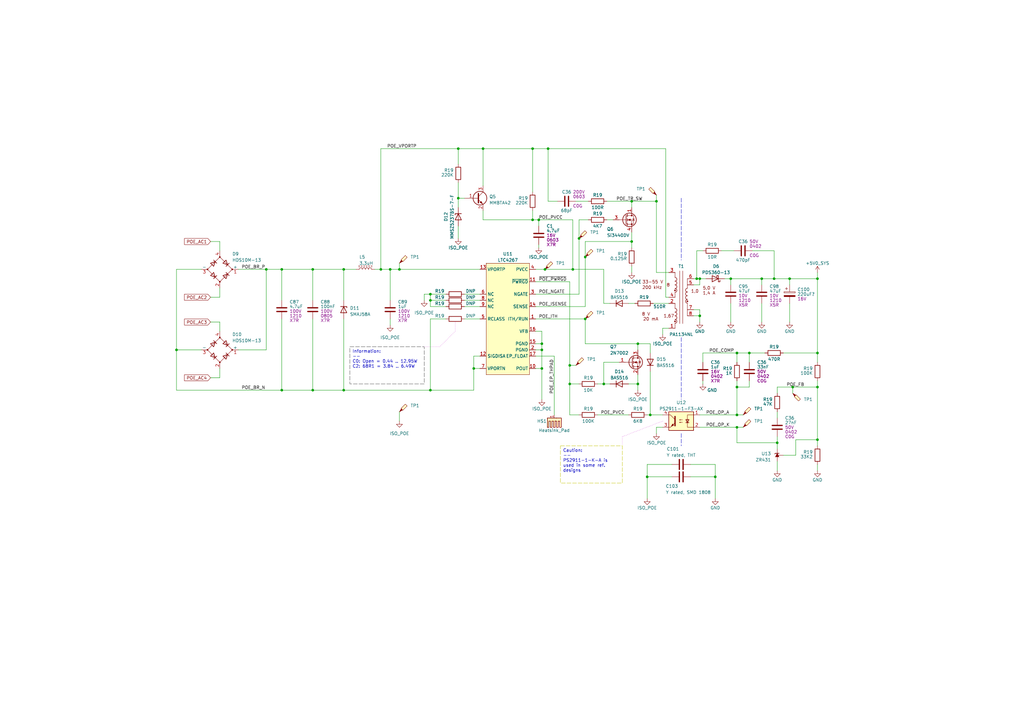
<source format=kicad_sch>
(kicad_sch (version 20230121) (generator eeschema)
  (paper "A3")
  (title_block (title "rt_bridge_pro") (date "2023-04-21") (rev "A") (company "vhrd.tech AS") (comment 1 "Isaikin R.E.") (comment 4 "Draft"))
  (junction (at 128.27 160.02))
  (junction (at 261.62 140.97))
  (junction (at 187.96 60.96))
  (junction (at 163.83 110.49))
  (junction (at 265.43 195.58))
  (junction (at 285.75 114.3))
  (junction (at 198.12 60.96))
  (junction (at 187.96 81.28))
  (junction (at 128.27 110.49))
  (junction (at 109.22 110.49))
  (junction (at 312.42 114.3))
  (junction (at 335.28 114.3))
  (junction (at 240.03 105.41))
  (junction (at 259.08 82.55))
  (junction (at 325.12 158.75))
  (junction (at 317.5 114.3))
  (junction (at 115.57 160.02))
  (junction (at 307.34 144.78))
  (junction (at 335.28 144.78))
  (junction (at 266.7 170.18))
  (junction (at 237.49 97.79))
  (junction (at 259.08 99.06))
  (junction (at 261.62 157.48))
  (junction (at 318.77 181.61))
  (junction (at 299.72 114.3))
  (junction (at 302.26 144.78))
  (junction (at 222.25 143.51))
  (junction (at 287.02 114.3))
  (junction (at 335.28 158.75))
  (junction (at 302.26 170.18))
  (junction (at 140.97 110.49))
  (junction (at 72.39 143.51))
  (junction (at 176.53 120.65))
  (junction (at 222.25 140.97))
  (junction (at 335.28 180.34))
  (junction (at 176.53 160.02))
  (junction (at 269.24 82.55))
  (junction (at 287.02 129.54))
  (junction (at 302.26 158.75))
  (junction (at 247.65 157.48))
  (junction (at 194.31 151.13))
  (junction (at 233.68 149.86))
  (junction (at 140.97 160.02))
  (junction (at 293.37 195.58))
  (junction (at 218.44 60.96))
  (junction (at 323.85 114.3))
  (junction (at 222.25 151.13))
  (junction (at 224.79 60.96))
  (junction (at 234.95 110.49))
  (junction (at 156.21 110.49))
  (junction (at 223.52 110.49))
  (junction (at 302.26 175.26))
  (junction (at 220.98 90.17))
  (junction (at 233.68 157.48))
  (junction (at 115.57 110.49))
  (junction (at 160.02 110.49))
  (junction (at 218.44 90.17))
  (junction (at 240.03 130.81))
  (junction (at 176.53 123.19))
  (wire (pts (xy 240.03 130.81) (xy 240.03 140.97)))
  (wire (pts (xy 325.12 158.75) (xy 325.12 161.29)))
  (wire (pts (xy 312.42 114.3) (xy 317.5 114.3)))
  (wire (pts (xy 234.95 110.49) (xy 247.65 110.49)))
  (wire (pts (xy 140.97 160.02) (xy 140.97 130.81)))
  (wire (pts (xy 219.71 130.81) (xy 240.03 130.81)))
  (wire (pts (xy 109.22 110.49) (xy 115.57 110.49)))
  (wire (pts (xy 318.77 179.07) (xy 318.77 181.61)))
  (wire (pts (xy 248.92 90.17) (xy 251.46 90.17)))
  (wire (pts (xy 222.25 163.83) (xy 222.25 151.13)))
  (wire (pts (xy 261.62 143.51) (xy 261.62 140.97)))
  (wire (pts (xy 198.12 90.17) (xy 218.44 90.17)))
  (wire (pts (xy 283.21 190.5) (xy 293.37 190.5)))
  (wire (pts (xy 245.11 170.18) (xy 257.81 170.18)))
  (wire (pts (xy 307.34 144.78) (xy 313.69 144.78)))
  (wire (pts (xy 237.49 120.65) (xy 237.49 97.79)))
  (wire (pts (xy 187.96 74.93) (xy 187.96 81.28)))
  (wire (pts (xy 237.49 170.18) (xy 233.68 170.18)))
  (wire (pts (xy 250.19 157.48) (xy 247.65 157.48)))
  (wire (pts (xy 72.39 143.51) (xy 82.55 143.51)))
  (wire (pts (xy 190.5 130.81) (xy 196.85 130.81)))
  (wire (pts (xy 182.88 123.19) (xy 176.53 123.19)))
  (wire (pts (xy 128.27 130.81) (xy 128.27 160.02)))
  (wire (pts (xy 228.6 82.55) (xy 224.79 82.55)))
  (polyline (pts (xy 180.34 142.24) (xy 186.69 135.89)) (stroke (width 0) (type dot) (color 194 0 194 1)))
  (wire (pts (xy 237.49 157.48) (xy 233.68 157.48)))
  (polyline (pts (xy 173.99 142.24) (xy 180.34 142.24)) (stroke (width 0) (type dot) (color 194 0 194 1)))
  (wire (pts (xy 160.02 130.81) (xy 160.02 133.35)))
  (wire (pts (xy 90.17 121.92) (xy 90.17 118.11)))
  (wire (pts (xy 115.57 110.49) (xy 115.57 123.19)))
  (wire (pts (xy 196.85 146.05) (xy 194.31 146.05)))
  (wire (pts (xy 318.77 181.61) (xy 318.77 184.15)))
  (wire (pts (xy 194.31 160.02) (xy 176.53 160.02)))
  (wire (pts (xy 182.88 130.81) (xy 176.53 130.81)))
  (wire (pts (xy 219.71 120.65) (xy 237.49 120.65)))
  (wire (pts (xy 293.37 204.47) (xy 293.37 195.58)))
  (wire (pts (xy 271.78 134.62) (xy 274.32 134.62)))
  (wire (pts (xy 247.65 124.46) (xy 247.65 110.49)))
  (wire (pts (xy 236.22 82.55) (xy 241.3 82.55)))
  (wire (pts (xy 163.83 168.91) (xy 163.83 172.72)))
  (wire (pts (xy 302.26 148.59) (xy 302.26 144.78)))
  (wire (pts (xy 261.62 157.48) (xy 261.62 160.02)))
  (wire (pts (xy 222.25 151.13) (xy 222.25 143.51)))
  (polyline (pts (xy 279.4 177.8) (xy 279.4 182.88)) (stroke (width 0) (type dash)))
  (wire (pts (xy 274.32 121.92) (xy 273.05 121.92)))
  (wire (pts (xy 265.43 204.47) (xy 265.43 195.58)))
  (wire (pts (xy 284.48 116.84) (xy 287.02 116.84)))
  (wire (pts (xy 72.39 110.49) (xy 72.39 143.51)))
  (wire (pts (xy 182.88 125.73) (xy 176.53 125.73)))
  (wire (pts (xy 156.21 60.96) (xy 187.96 60.96)))
  (wire (pts (xy 240.03 140.97) (xy 261.62 140.97)))
  (wire (pts (xy 318.77 158.75) (xy 325.12 158.75)))
  (wire (pts (xy 247.65 148.59) (xy 254 148.59)))
  (wire (pts (xy 219.71 151.13) (xy 222.25 151.13)))
  (wire (pts (xy 220.98 100.33) (xy 220.98 101.6)))
  (wire (pts (xy 173.99 120.65) (xy 173.99 123.19)))
  (wire (pts (xy 245.11 157.48) (xy 247.65 157.48)))
  (wire (pts (xy 266.7 152.4) (xy 266.7 170.18)))
  (wire (pts (xy 284.48 114.3) (xy 285.75 114.3)))
  (wire (pts (xy 312.42 114.3) (xy 312.42 116.84)))
  (wire (pts (xy 302.26 170.18) (xy 287.02 170.18)))
  (wire (pts (xy 307.34 148.59) (xy 307.34 144.78)))
  (wire (pts (xy 233.68 157.48) (xy 233.68 149.86)))
  (wire (pts (xy 266.7 140.97) (xy 266.7 144.78)))
  (wire (pts (xy 218.44 90.17) (xy 220.98 90.17)))
  (wire (pts (xy 312.42 124.46) (xy 312.42 132.08)))
  (wire (pts (xy 86.36 99.06) (xy 90.17 99.06)))
  (wire (pts (xy 285.75 114.3) (xy 287.02 114.3)))
  (wire (pts (xy 198.12 86.36) (xy 198.12 90.17)))
  (wire (pts (xy 285.75 102.87) (xy 285.75 114.3)))
  (wire (pts (xy 284.48 127) (xy 287.02 127)))
  (wire (pts (xy 293.37 195.58) (xy 293.37 190.5)))
  (wire (pts (xy 90.17 132.08) (xy 90.17 135.89)))
  (wire (pts (xy 190.5 125.73) (xy 196.85 125.73)))
  (polyline (pts (xy 279.4 138.43) (xy 279.4 163.83)) (stroke (width 0) (type dash)))
  (wire (pts (xy 302.26 156.21) (xy 302.26 158.75)))
  (wire (pts (xy 287.02 129.54) (xy 287.02 132.08)))
  (wire (pts (xy 307.34 158.75) (xy 307.34 156.21)))
  (polyline (pts (xy 186.69 132.08) (xy 186.69 135.89)) (stroke (width 0) (type dot) (color 194 0 194 1)))
  (wire (pts (xy 335.28 158.75) (xy 335.28 180.34)))
  (wire (pts (xy 234.95 90.17) (xy 234.95 110.49)))
  (wire (pts (xy 115.57 110.49) (xy 128.27 110.49)))
  (wire (pts (xy 90.17 154.94) (xy 90.17 151.13)))
  (wire (pts (xy 287.02 116.84) (xy 287.02 114.3)))
  (wire (pts (xy 325.12 158.75) (xy 335.28 158.75)))
  (wire (pts (xy 257.81 157.48) (xy 261.62 157.48)))
  (wire (pts (xy 128.27 110.49) (xy 128.27 123.19)))
  (wire (pts (xy 240.03 125.73) (xy 240.03 105.41)))
  (wire (pts (xy 302.26 158.75) (xy 302.26 170.18)))
  (wire (pts (xy 190.5 120.65) (xy 196.85 120.65)))
  (wire (pts (xy 335.28 190.5) (xy 335.28 193.04)))
  (wire (pts (xy 224.79 82.55) (xy 224.79 60.96)))
  (wire (pts (xy 97.79 143.51) (xy 109.22 143.51)))
  (wire (pts (xy 247.65 157.48) (xy 247.65 148.59)))
  (wire (pts (xy 302.26 144.78) (xy 307.34 144.78)))
  (wire (pts (xy 317.5 114.3) (xy 323.85 114.3)))
  (wire (pts (xy 259.08 109.22) (xy 259.08 111.76)))
  (wire (pts (xy 163.83 110.49) (xy 196.85 110.49)))
  (wire (pts (xy 335.28 114.3) (xy 335.28 111.76)))
  (wire (pts (xy 284.48 129.54) (xy 287.02 129.54)))
  (wire (pts (xy 317.5 102.87) (xy 317.5 114.3)))
  (wire (pts (xy 224.79 60.96) (xy 273.05 60.96)))
  (wire (pts (xy 302.26 181.61) (xy 302.26 175.26)))
  (wire (pts (xy 261.62 157.48) (xy 261.62 153.67)))
  (wire (pts (xy 187.96 60.96) (xy 187.96 67.31)))
  (wire (pts (xy 187.96 81.28) (xy 190.5 81.28)))
  (wire (pts (xy 318.77 168.91) (xy 318.77 171.45)))
  (wire (pts (xy 220.98 90.17) (xy 220.98 92.71)))
  (wire (pts (xy 269.24 175.26) (xy 271.78 175.26)))
  (wire (pts (xy 219.71 110.49) (xy 223.52 110.49)))
  (wire (pts (xy 267.97 124.46) (xy 274.32 124.46)))
  (wire (pts (xy 173.99 120.65) (xy 176.53 120.65)))
  (wire (pts (xy 218.44 60.96) (xy 218.44 78.74)))
  (wire (pts (xy 82.55 110.49) (xy 72.39 110.49)))
  (wire (pts (xy 218.44 90.17) (xy 218.44 86.36)))
  (wire (pts (xy 287.02 114.3) (xy 289.56 114.3)))
  (wire (pts (xy 271.78 137.16) (xy 271.78 134.62)))
  (wire (pts (xy 261.62 140.97) (xy 266.7 140.97)))
  (polyline (pts (xy 255.27 179.07) (xy 255.27 182.88)) (stroke (width 0) (type dot) (color 194 0 194 1)))
  (wire (pts (xy 259.08 95.25) (xy 259.08 99.06)))
  (wire (pts (xy 288.29 144.78) (xy 302.26 144.78)))
  (wire (pts (xy 273.05 121.92) (xy 273.05 60.96)))
  (wire (pts (xy 222.25 135.89) (xy 222.25 140.97)))
  (wire (pts (xy 128.27 110.49) (xy 140.97 110.49)))
  (wire (pts (xy 194.31 146.05) (xy 194.31 151.13)))
  (wire (pts (xy 187.96 60.96) (xy 198.12 60.96)))
  (wire (pts (xy 308.61 102.87) (xy 317.5 102.87)))
  (wire (pts (xy 198.12 60.96) (xy 218.44 60.96)))
  (wire (pts (xy 259.08 82.55) (xy 269.24 82.55)))
  (wire (pts (xy 326.39 186.69) (xy 326.39 180.34)))
  (wire (pts (xy 295.91 102.87) (xy 300.99 102.87)))
  (wire (pts (xy 302.26 175.26) (xy 304.8 175.26)))
  (wire (pts (xy 265.43 195.58) (xy 265.43 190.5)))
  (wire (pts (xy 156.21 60.96) (xy 156.21 110.49)))
  (wire (pts (xy 321.31 144.78) (xy 335.28 144.78)))
  (wire (pts (xy 233.68 149.86) (xy 236.22 149.86)))
  (wire (pts (xy 140.97 110.49) (xy 140.97 123.19)))
  (wire (pts (xy 269.24 111.76) (xy 269.24 82.55)))
  (wire (pts (xy 299.72 124.46) (xy 299.72 132.08)))
  (wire (pts (xy 248.92 82.55) (xy 259.08 82.55)))
  (wire (pts (xy 176.53 125.73) (xy 176.53 123.19)))
  (wire (pts (xy 302.26 158.75) (xy 307.34 158.75)))
  (wire (pts (xy 335.28 144.78) (xy 335.28 114.3)))
  (wire (pts (xy 283.21 195.58) (xy 293.37 195.58)))
  (wire (pts (xy 128.27 160.02) (xy 115.57 160.02)))
  (wire (pts (xy 302.26 175.26) (xy 287.02 175.26)))
  (wire (pts (xy 233.68 170.18) (xy 233.68 157.48)))
  (wire (pts (xy 274.32 111.76) (xy 269.24 111.76)))
  (wire (pts (xy 196.85 151.13) (xy 194.31 151.13)))
  (wire (pts (xy 323.85 124.46) (xy 323.85 132.08)))
  (wire (pts (xy 176.53 120.65) (xy 176.53 123.19)))
  (wire (pts (xy 318.77 181.61) (xy 302.26 181.61)))
  (wire (pts (xy 187.96 81.28) (xy 187.96 85.09)))
  (wire (pts (xy 160.02 110.49) (xy 160.02 123.19)))
  (wire (pts (xy 72.39 160.02) (xy 115.57 160.02)))
  (wire (pts (xy 297.18 114.3) (xy 299.72 114.3)))
  (wire (pts (xy 321.31 186.69) (xy 326.39 186.69)))
  (wire (pts (xy 299.72 114.3) (xy 299.72 116.84)))
  (wire (pts (xy 288.29 102.87) (xy 285.75 102.87)))
  (wire (pts (xy 187.96 92.71) (xy 187.96 97.79)))
  (wire (pts (xy 72.39 143.51) (xy 72.39 160.02)))
  (wire (pts (xy 190.5 123.19) (xy 196.85 123.19)))
  (wire (pts (xy 156.21 110.49) (xy 160.02 110.49)))
  (wire (pts (xy 318.77 189.23) (xy 318.77 193.04)))
  (wire (pts (xy 128.27 160.02) (xy 140.97 160.02)))
  (wire (pts (xy 97.79 110.49) (xy 109.22 110.49)))
  (wire (pts (xy 335.28 180.34) (xy 335.28 182.88)))
  (wire (pts (xy 163.83 107.95) (xy 163.83 110.49)))
  (wire (pts (xy 240.03 99.06) (xy 259.08 99.06)))
  (wire (pts (xy 176.53 130.81) (xy 176.53 160.02)))
  (wire (pts (xy 265.43 195.58) (xy 275.59 195.58)))
  (wire (pts (xy 288.29 156.21) (xy 288.29 157.48)))
  (polyline (pts (xy 271.78 172.72) (xy 255.27 179.07)) (stroke (width 0) (type dot) (color 194 0 194 1)))
  (wire (pts (xy 259.08 82.55) (xy 259.08 85.09)))
  (wire (pts (xy 227.33 146.05) (xy 227.33 170.18)))
  (wire (pts (xy 269.24 80.01) (xy 269.24 82.55)))
  (wire (pts (xy 287.02 127) (xy 287.02 129.54)))
  (wire (pts (xy 326.39 180.34) (xy 335.28 180.34)))
  (wire (pts (xy 160.02 110.49) (xy 163.83 110.49)))
  (wire (pts (xy 233.68 115.57) (xy 219.71 115.57)))
  (wire (pts (xy 219.71 143.51) (xy 222.25 143.51)))
  (wire (pts (xy 233.68 149.86) (xy 233.68 115.57)))
  (wire (pts (xy 335.28 144.78) (xy 335.28 148.59)))
  (wire (pts (xy 140.97 110.49) (xy 146.05 110.49)))
  (wire (pts (xy 237.49 90.17) (xy 241.3 90.17)))
  (wire (pts (xy 219.71 140.97) (xy 222.25 140.97)))
  (wire (pts (xy 115.57 160.02) (xy 115.57 130.81)))
  (wire (pts (xy 257.81 124.46) (xy 260.35 124.46)))
  (wire (pts (xy 240.03 105.41) (xy 240.03 99.06)))
  (wire (pts (xy 90.17 99.06) (xy 90.17 102.87)))
  (wire (pts (xy 86.36 121.92) (xy 90.17 121.92)))
  (wire (pts (xy 266.7 170.18) (xy 271.78 170.18)))
  (wire (pts (xy 86.36 154.94) (xy 90.17 154.94)))
  (wire (pts (xy 335.28 156.21) (xy 335.28 158.75)))
  (wire (pts (xy 218.44 60.96) (xy 224.79 60.96)))
  (wire (pts (xy 219.71 125.73) (xy 240.03 125.73)))
  (wire (pts (xy 269.24 177.8) (xy 269.24 175.26)))
  (wire (pts (xy 219.71 135.89) (xy 222.25 135.89)))
  (wire (pts (xy 299.72 114.3) (xy 312.42 114.3)))
  (wire (pts (xy 302.26 170.18) (xy 304.8 170.18)))
  (wire (pts (xy 176.53 120.65) (xy 182.88 120.65)))
  (wire (pts (xy 250.19 124.46) (xy 247.65 124.46)))
  (wire (pts (xy 176.53 160.02) (xy 140.97 160.02)))
  (wire (pts (xy 153.67 110.49) (xy 156.21 110.49)))
  (wire (pts (xy 222.25 140.97) (xy 222.25 143.51)))
  (wire (pts (xy 265.43 170.18) (xy 266.7 170.18)))
  (wire (pts (xy 220.98 90.17) (xy 234.95 90.17)))
  (wire (pts (xy 323.85 114.3) (xy 323.85 116.84)))
  (polyline (pts (xy 279.4 81.28) (xy 279.4 106.68)) (stroke (width 0) (type dash)))
  (wire (pts (xy 109.22 110.49) (xy 109.22 143.51)))
  (wire (pts (xy 318.77 161.29) (xy 318.77 158.75)))
  (wire (pts (xy 219.71 146.05) (xy 227.33 146.05)))
  (wire (pts (xy 323.85 114.3) (xy 335.28 114.3)))
  (wire (pts (xy 259.08 99.06) (xy 259.08 101.6)))
  (wire (pts (xy 237.49 97.79) (xy 237.49 90.17)))
  (wire (pts (xy 86.36 132.08) (xy 90.17 132.08)))
  (wire (pts (xy 265.43 190.5) (xy 275.59 190.5)))
  (wire (pts (xy 223.52 110.49) (xy 234.95 110.49)))
  (wire (pts (xy 198.12 60.96) (xy 198.12 76.2)))
  (wire (pts (xy 288.29 148.59) (xy 288.29 144.78)))
  (wire (pts (xy 194.31 151.13) (xy 194.31 160.02)))
  (text_box "Information:\n--\nC0: Open = 0.44 .. 12.95W\nC2: 68R1 = 3.84 .. 6.49W\n" (at 143.51 142.24 0) (size 30.48 15.24) (stroke (width 0.1524) (type dash) (color 72 72 72 1)) (effects (font (size 1.27 1.27)) (justify left top)))
  (text_box "Caution:\n--\nPS2911-1-K-A is used in some ref. designs\n" (at 229.87 182.88 0) (size 25.4 15.24) (stroke (width 0.1524) (type dash) (color 194 194 0 1)) (effects (font (size 1.27 1.27)) (justify left top)))
  (label "POE_TR_SW" (at 252.73 82.55 0))
  (label "POE_BR_P" (at 99.06 110.49 0))
  (label "POE_FB" (at 322.58 158.75 0))
  (label "POE_OP_K" (at 289.56 175.26 0))
  (label "POE_VPORTP" (at 158.75 60.96 0))
  (label "~{POE_PWRGD}" (at 220.98 115.57 0))
  (label "POE_NGATE" (at 220.98 120.65 0))
  (label "POE_COMP" (at 290.83 144.78 0))
  (label "POE_EP_THPAD" (at 227.33 147.32 270))
  (label "POE_ISENSE" (at 220.98 125.73 0))
  (label "POE_BR_N" (at 99.06 160.02 0))
  (label "POE_PVCC" (at 220.98 90.17 0))
  (label "POE_PVCC" (at 246.38 170.18 0))
  (label "POE_ITH" (at 220.98 130.81 0))
  (label "POE_OP_A" (at 289.56 170.18 0))
  (global_label "POE_AC3" (shape input) (at 86.36 132.08 180) (property "Intersheetrefs" "${INTERSHEET_REFS}" (effects hide)))
  (global_label "POE_AC4" (shape input) (at 86.36 154.94 180) (property "Intersheetrefs" "${INTERSHEET_REFS}" (effects hide)))
  (global_label "POE_AC2" (shape input) (at 86.36 121.92 180) (property "Intersheetrefs" "${INTERSHEET_REFS}" (effects hide)))
  (global_label "POE_AC1" (shape input) (at 86.36 99.06 180) (property "Intersheetrefs" "${INTERSHEET_REFS}" (effects hide)))
  (symbol (lib_id "Device:D_Schottky") (at 293.37 114.3 180) (unit 1)
    (property "Reference" "D6" (at 293.6875 109.22 0))
    (property "Value" "PDS360-13" (at 293.6875 111.76 0))
    (property "Footprint" "Diode_SMD:D_PowerDI-5" (effects hide))
    (property "Variant" "poe" (effects hide))
    (instances (project "vb125_eth_fdcan_pro" (path "" (reference "D6") (unit 1)) (path "" (reference "D16") (unit 1))))
  )
  (symbol (lib_id "vhrd_transformer:PA1134NL") (at 274.32 109.22 0) (unit 1)
    (property "Reference" "T1" (at 279.4 109.22 0))
    (property "Value" "PA1134NL" (at 279.4 137.16 0))
    (property "Footprint" "vhrd_transformer:PA1134NL" (effects hide))
    (property "Datasheet" "https://www.digikey.com/en/products/detail/pulse-electronics/PA1134NLT/2265451" (effects hide))
    (property "Description" "XFRMR 5V 7W 253UH POE EP10 SMD" (effects hide))
    (property "Variant" "poe" (effects hide))
  )
  (symbol (lib_id "Device:C") (at 232.41 82.55 90) (unit 1)
    (property "Reference" "C36" (at 232.41 78.74 90))
    (property "Value" "68pF" (at 232.41 86.36 90))
    (property "Footprint" "Capacitor_SMD:C_0603_1608Metric" (effects hide))
    (property "Voltage" "200V" (at 234.95 78.74 90) (effects (justify right)))
    (property "Dielectric" "C0G" (at 234.95 84.455 90) (effects (justify right)))
    (property "Package" "0603" (at 234.95 80.645 90) (effects (justify right)))
    (property "Vworking" "150V" (effects hide))
    (property "Mpn1" "Kemet:C0603C680J2GAC7867" (effects hide))
    (property "Variant" "poe" (effects hide))
    (instances (project "vb125_eth_fdcan_pro" (path "" (reference "C36") (unit 1)) (path "" (reference "C91") (unit 1))))
  )
  (symbol (lib_id "power:GND") (at 312.42 132.08 0) (unit 1)
    (property "Reference" "#PWR09" (effects hide))
    (property "Value" "GND" (at 312.42 135.89 0))
    (instances (project "vb125_eth_fdcan_pro" (path "" (reference "#PWR09") (unit 1)) (path "" (reference "#PWR088") (unit 1)) (path "" (reference "#PWR0171") (unit 1))))
  )
  (symbol (lib_id "vhrd_power:ISO_POE") (at 163.83 172.72 0) (unit 1)
    (property "Reference" "#PWR0157" (effects hide))
    (property "Value" "ISO_POE" (at 163.83 177.8 0))
  )
  (symbol (lib_id "power:GND") (at 288.29 157.48 0) (unit 1)
    (property "Reference" "#PWR049" (effects hide))
    (property "Value" "GND" (at 292.1 160.02 0))
    (instances (project "vb125_eth_fdcan_pro" (path "" (reference "#PWR049") (unit 1)) (path "" (reference "#PWR0168") (unit 1))))
  )
  (symbol (lib_id "Connector:TestPoint_Probe") (at 163.83 168.91 0) (unit 1)
    (property "Reference" "TP1" (at 170.18 166.37 0))
    (property "Value" "TestPoint_Probe" (effects hide))
    (property "Footprint" "TestPoint:TestPoint_Pad_D1.5mm" (effects hide))
    (instances (project "vb125_eth_fdcan_pro" (path "" (reference "TP1") (unit 1)) (path "" (reference "TP6") (unit 1)) (path "" (reference "TP14") (unit 1)) (path "" (reference "TP24") (unit 1))))
  )
  (symbol (lib_id "power:GND") (at 287.02 132.08 0) (unit 1)
    (property "Reference" "#PWR09" (effects hide))
    (property "Value" "GND" (at 287.02 135.89 0))
    (instances (project "vb125_eth_fdcan_pro" (path "" (reference "#PWR09") (unit 1)) (path "" (reference "#PWR088") (unit 1)) (path "" (reference "#PWR0167") (unit 1))))
  )
  (symbol (lib_id "vhrd_power:ISO_POE") (at 265.43 204.47 0) (unit 1)
    (property "Reference" "#PWR0164" (effects hide))
    (property "Value" "ISO_POE" (at 265.43 208.28 0))
  )
  (symbol (lib_id "vhrd_power:ISO_POE") (at 160.02 133.35 0) (unit 1)
    (property "Reference" "#PWR0156" (effects hide))
    (property "Value" "ISO_POE" (at 160.02 138.43 0))
  )
  (symbol (lib_id "Device:C") (at 279.4 195.58 90) (mirror x) (unit 1)
    (property "Reference" "C103" (at 278.13 199.39 90) (effects (justify left)))
    (property "Value" "Y rated, SMD 1808" (at 273.05 201.93 90) (effects (justify right)))
    (property "Footprint" "vhrd_generic:C_1808_4520Metric" (effects hide))
    (property "Variant" "poe" (effects hide))
    (instances (project "vb125_eth_fdcan_pro" (path "" (reference "C103") (unit 1)) (path "" (reference "C104") (unit 1)) (path "" (reference "C93") (unit 1))))
  )
  (symbol (lib_id "Device:C") (at 220.98 96.52 0) (unit 1)
    (property "Reference" "C1" (at 224.155 92.71 0) (effects (justify left)))
    (property "Value" "4.7uF" (at 224.155 94.615 0) (effects (justify left)))
    (property "Footprint" "Capacitor_SMD:C_0603_1608Metric" (effects hide))
    (property "Voltage" "16V" (at 224.155 96.52 0) (effects (justify left)))
    (property "Dielectric" "X7R" (at 224.155 100.33 0) (effects (justify left)))
    (property "Package" "0603" (at 224.155 98.425 0) (effects (justify left)))
    (property "Vworking" "8.7V" (effects hide))
    (property "Variant" "poe" (effects hide))
    (instances (project "vb125_eth_fdcan_pro" (path "" (reference "C1") (unit 1)) (path "" (reference "C90") (unit 1))))
  )
  (symbol (lib_id "Device:R") (at 218.44 82.55 0) (mirror y) (unit 1)
    (property "Reference" "R19" (at 216.535 81.28 0) (effects (justify left)))
    (property "Value" "220K" (at 216.535 83.185 0) (effects (justify left)))
    (property "Footprint" "Resistor_SMD:R_0402_1005Metric" (effects hide))
    (property "Mpn1" "RMCF0402FT220K" (effects hide))
    (property "Mpn2" "RC0402FR-07220KL" (effects hide))
    (property "Variant" "poe" (effects hide))
    (instances (project "vb125_eth_fdcan_pro" (path "" (reference "R19") (unit 1)) (path "" (reference "R38") (unit 1)) (path "" (reference "R39") (unit 1)) (path "" (reference "R50") (unit 1)) (path "" (reference "R74") (unit 1))))
  )
  (symbol (lib_id "Device:R") (at 186.69 125.73 90) (unit 1)
    (property "Reference" "R19" (at 180.34 124.46 90))
    (property "Value" "DNP" (at 193.04 124.46 90))
    (property "Footprint" "Resistor_SMD:R_0402_1005Metric" (effects hide))
    (property "Variant" "poe" (effects hide))
    (instances (project "vb125_eth_fdcan_pro" (path "" (reference "R19") (unit 1)) (path "" (reference "R38") (unit 1)) (path "" (reference "R40") (unit 1)) (path "" (reference "R71") (unit 1))))
  )
  (symbol (lib_id "Diode:BAS516") (at 254 124.46 0) (unit 1)
    (property "Reference" "D13" (at 254 119.38 0))
    (property "Value" "BAS516" (at 254 121.92 0))
    (property "Footprint" "Diode_SMD:D_SOD-523" (effects hide))
    (property "Datasheet" "https://assets.nexperia.com/documents/data-sheet/BAS16_SER.pdf" (effects hide))
    (property "Sim.Device" "D" (effects hide))
    (property "Sim.Pins" "1=K 2=A" (effects hide))
    (property "Variant" "poe" (effects hide))
  )
  (symbol (lib_id "vhrd_power:ISO_POE") (at 271.78 137.16 0) (unit 1)
    (property "Reference" "#PWR0166" (effects hide))
    (property "Value" "ISO_POE" (at 271.78 140.97 0))
  )
  (symbol (lib_id "Device:D_Bridge_+A-A") (at 90.17 143.51 0) (unit 1)
    (property "Reference" "D10" (at 95.25 137.16 0) (effects (justify left)))
    (property "Value" "HDS10M-13" (at 95.25 139.7 0) (effects (justify left)))
    (property "Footprint" "vhrd_passive_diode:DIOB_HDS10M-13" (effects hide))
    (property "Variant" "poe" (effects hide))
  )
  (symbol (lib_id "Connector:TestPoint_Probe") (at 163.83 107.95 0) (unit 1)
    (property "Reference" "TP1" (at 170.18 105.41 0))
    (property "Value" "TestPoint_Probe" (effects hide))
    (property "Footprint" "TestPoint:TestPoint_Pad_D1.5mm" (effects hide))
    (instances (project "vb125_eth_fdcan_pro" (path "" (reference "TP1") (unit 1)) (path "" (reference "TP6") (unit 1)) (path "" (reference "TP14") (unit 1)) (path "" (reference "TP23") (unit 1))))
  )
  (symbol (lib_id "Connector:TestPoint_Probe") (at 236.22 149.86 0) (unit 1)
    (property "Reference" "TP1" (at 242.57 147.32 0))
    (property "Value" "TestPoint_Probe" (effects hide))
    (property "Footprint" "TestPoint:TestPoint_Pad_D1.5mm" (effects hide))
    (instances (project "vb125_eth_fdcan_pro" (path "" (reference "TP1") (unit 1)) (path "" (reference "TP6") (unit 1)) (path "" (reference "TP14") (unit 1)) (path "" (reference "TP26") (unit 1))))
  )
  (symbol (lib_id "Device:R") (at 187.96 71.12 0) (mirror y) (unit 1)
    (property "Reference" "R19" (at 186.055 69.85 0) (effects (justify left)))
    (property "Value" "220K" (at 186.055 71.755 0) (effects (justify left)))
    (property "Footprint" "Resistor_SMD:R_0402_1005Metric" (effects hide))
    (property "Mpn1" "RMCF0402FT220K" (effects hide))
    (property "Mpn2" "RC0402FR-07220KL" (effects hide))
    (property "Variant" "poe" (effects hide))
    (instances (project "vb125_eth_fdcan_pro" (path "" (reference "R19") (unit 1)) (path "" (reference "R38") (unit 1)) (path "" (reference "R39") (unit 1)) (path "" (reference "R50") (unit 1)) (path "" (reference "R73") (unit 1))))
  )
  (symbol (lib_id "Diode:BAS516") (at 266.7 148.59 90) (unit 1)
    (property "Reference" "D15" (at 269.24 147.32 90) (effects (justify right)))
    (property "Value" "BAS516" (at 269.24 149.86 90) (effects (justify right)))
    (property "Footprint" "Diode_SMD:D_SOD-523" (effects hide))
    (property "Datasheet" "https://assets.nexperia.com/documents/data-sheet/BAS16_SER.pdf" (effects hide))
    (property "Sim.Device" "D" (effects hide))
    (property "Sim.Pins" "1=K 2=A" (effects hide))
    (property "Variant" "poe" (effects hide))
  )
  (symbol (lib_id "Device:R") (at 245.11 82.55 90) (mirror x) (unit 1)
    (property "Reference" "R19" (at 245.11 80.01 90))
    (property "Value" "100R" (at 245.11 85.09 90))
    (property "Footprint" "Resistor_SMD:R_0805_2012Metric" (effects hide))
    (property "Power" "1/8W" (effects hide))
    (property "Mpn1" "RMCF0805FT100R" (effects hide))
    (property "Mpn2" "CR0805-FX-1000ELF" (effects hide))
    (property "Variant" "poe" (effects hide))
    (instances (project "vb125_eth_fdcan_pro" (path "" (reference "R19") (unit 1)) (path "" (reference "R38") (unit 1)) (path "" (reference "R39") (unit 1)) (path "" (reference "R50") (unit 1)) (path "" (reference "R77") (unit 1))))
  )
  (symbol (lib_id "Device:C") (at 279.4 190.5 90) (unit 1)
    (property "Reference" "C101" (at 273.4321 184.15 90) (effects (justify right)))
    (property "Value" "Y rated, THT" (at 285.3679 186.69 90) (effects (justify left)))
    (property "Footprint" "Capacitor_THT:C_Disc_D7.0mm_W2.5mm_P5.00mm" (effects hide))
    (property "Variant" "poe" (effects hide))
    (instances (project "vb125_eth_fdcan_pro" (path "" (reference "C101") (unit 1)) (path "" (reference "C102") (unit 1)) (path "" (reference "C92") (unit 1))))
  )
  (symbol (lib_id "Device:R") (at 186.69 123.19 90) (unit 1)
    (property "Reference" "R19" (at 180.34 121.92 90))
    (property "Value" "DNP" (at 193.04 121.92 90))
    (property "Footprint" "Resistor_SMD:R_0402_1005Metric" (effects hide))
    (property "Variant" "poe" (effects hide))
    (instances (project "vb125_eth_fdcan_pro" (path "" (reference "R19") (unit 1)) (path "" (reference "R38") (unit 1)) (path "" (reference "R40") (unit 1)) (path "" (reference "R70") (unit 1))))
  )
  (symbol (lib_id "Reference_Voltage:TL432DBZ") (at 318.77 186.69 270) (mirror x) (unit 1)
    (property "Reference" "U13" (at 316.23 186.055 90) (effects (justify right)))
    (property "Value" "ZR431" (at 316.23 188.595 90) (effects (justify right)))
    (property "Footprint" "Package_TO_SOT_SMD:SOT-23" (effects hide))
    (property "Datasheet" "http://www.ti.com/lit/ds/symlink/tl431.pdf" (effects hide))
    (property "Mpn1" "Diodes:ZR431" (effects hide))
    (property "Mpn2" "TI:TL432DBZ" (effects hide))
    (property "Variant" "poe" (effects hide))
  )
  (symbol (lib_id "Connector:TestPoint_Probe") (at 304.8 175.26 0) (unit 1)
    (property "Reference" "TP1" (at 311.15 172.72 0))
    (property "Value" "TestPoint_Probe" (effects hide))
    (property "Footprint" "TestPoint:TestPoint_Pad_D1.5mm" (effects hide))
    (instances (project "vb125_eth_fdcan_pro" (path "" (reference "TP1") (unit 1)) (path "" (reference "TP6") (unit 1)) (path "" (reference "TP14") (unit 1)) (path "" (reference "TP32") (unit 1))))
  )
  (symbol (lib_id "Connector:TestPoint_Probe") (at 237.49 97.79 0) (unit 1)
    (property "Reference" "TP1" (at 243.84 95.25 0))
    (property "Value" "TestPoint_Probe" (effects hide))
    (property "Footprint" "TestPoint:TestPoint_Pad_D1.5mm" (effects hide))
    (instances (project "vb125_eth_fdcan_pro" (path "" (reference "TP1") (unit 1)) (path "" (reference "TP6") (unit 1)) (path "" (reference "TP14") (unit 1)) (path "" (reference "TP27") (unit 1))))
  )
  (symbol (lib_id "Diode:BAS516") (at 254 157.48 0) (unit 1)
    (property "Reference" "D14" (at 254 152.4 0))
    (property "Value" "BAS516" (at 254 154.94 0))
    (property "Footprint" "Diode_SMD:D_SOD-523" (effects hide))
    (property "Datasheet" "https://assets.nexperia.com/documents/data-sheet/BAS16_SER.pdf" (effects hide))
    (property "Sim.Device" "D" (effects hide))
    (property "Sim.Pins" "1=K 2=A" (effects hide))
    (property "Variant" "poe" (effects hide))
  )
  (symbol (lib_id "Device:C") (at 115.57 127 0) (unit 1)
    (property "Reference" "C87" (at 118.745 123.825 0) (effects (justify left)))
    (property "Value" "4.7uF" (at 118.745 125.73 0) (effects (justify left)))
    (property "Footprint" "Capacitor_SMD:C_1210_3225Metric" (effects hide))
    (property "Voltage" "100V" (at 118.745 127.635 0) (effects (justify left)))
    (property "Mpn1" "Samsung:CL32B475KCVZW6E" (effects hide))
    (property "Dielectric" "X7R" (at 118.745 131.445 0) (effects (justify left)))
    (property "Package" "1210" (at 118.745 129.54 0) (effects (justify left)))
    (property "Variant" "poe" (effects hide))
  )
  (symbol (lib_id "Device:D_Zener") (at 140.97 127 270) (unit 1)
    (property "Reference" "D11" (at 143.51 126.365 90) (effects (justify left)))
    (property "Value" "SMAJ58A" (at 143.51 128.905 90) (effects (justify left)))
    (property "Footprint" "Diode_SMD:D_SMA" (effects hide))
    (property "Variant" "poe" (effects hide))
  )
  (symbol (lib_id "Device:R") (at 292.1 102.87 90) (mirror x) (unit 1)
    (property "Reference" "R19" (at 292.1 100.33 90))
    (property "Value" "10R" (at 292.1 105.41 90))
    (property "Footprint" "Resistor_SMD:R_0603_1608Metric" (effects hide))
    (property "Mpn1" "RMCF0603FT10R0" (effects hide))
    (property "Mpn2" "CRCW060310R0FKEAC" (effects hide))
    (property "Variant" "poe" (effects hide))
    (instances (project "vb125_eth_fdcan_pro" (path "" (reference "R19") (unit 1)) (path "" (reference "R38") (unit 1)) (path "" (reference "R39") (unit 1)) (path "" (reference "R50") (unit 1)) (path "" (reference "R82") (unit 1))))
  )
  (symbol (lib_id "Device:L_Ferrite") (at 149.86 110.49 90) (unit 1)
    (property "Reference" "L5" (at 147.32 105.41 90) (effects (justify right)))
    (property "Value" "3.3uH" (at 147.32 107.95 90) (effects (justify right)))
    (property "Footprint" "Inductor_SMD:L_0805_2012Metric" (effects hide))
    (property "Mpn2" "Murata:LQM21PN3R3NG0D" (effects hide))
    (property "Inductance" "3.3uH" (effects hide))
    (property "Irated" "450mA" (effects hide))
    (property "Iworking" "140mA" (effects hide))
    (property "Mpn1" "TKD:MLZ2012A3R3WT000" (effects hide))
    (property "Variant" "poe" (effects hide))
  )
  (symbol (lib_id "vhrd_power:ISO_POE") (at 269.24 177.8 0) (unit 1)
    (property "Reference" "#PWR0165" (effects hide))
    (property "Value" "ISO_POE" (at 269.24 181.61 0))
  )
  (symbol (lib_id "Device:R") (at 186.69 120.65 90) (unit 1)
    (property "Reference" "R19" (at 180.34 119.38 90))
    (property "Value" "DNP" (at 193.04 119.38 90))
    (property "Footprint" "Resistor_SMD:R_0402_1005Metric" (effects hide))
    (property "Variant" "poe" (effects hide))
    (instances (project "vb125_eth_fdcan_pro" (path "" (reference "R19") (unit 1)) (path "" (reference "R38") (unit 1)) (path "" (reference "R40") (unit 1)) (path "" (reference "R69") (unit 1))))
  )
  (symbol (lib_id "Connector:TestPoint_Probe") (at 240.03 130.81 0) (unit 1)
    (property "Reference" "TP1" (at 246.38 128.27 0))
    (property "Value" "TestPoint_Probe" (effects hide))
    (property "Footprint" "TestPoint:TestPoint_Pad_D1.5mm" (effects hide))
    (instances (project "vb125_eth_fdcan_pro" (path "" (reference "TP1") (unit 1)) (path "" (reference "TP6") (unit 1)) (path "" (reference "TP14") (unit 1)) (path "" (reference "TP29") (unit 1))))
  )
  (symbol (lib_id "Device:C") (at 304.8 102.87 90) (unit 1)
    (property "Reference" "C36" (at 304.8 99.06 90))
    (property "Value" "470pF" (at 304.8 106.68 90))
    (property "Footprint" "Capacitor_SMD:C_0402_1005Metric" (effects hide))
    (property "Voltage" "50V" (at 307.34 99.06 90) (effects (justify right)))
    (property "Dielectric" "C0G" (at 307.34 104.775 90) (effects (justify right)))
    (property "Package" "0402" (at 307.34 100.965 90) (effects (justify right)))
    (property "Vworking" "?" (effects hide))
    (property "Variant" "poe" (effects hide))
    (instances (project "vb125_eth_fdcan_pro" (path "" (reference "C36") (unit 1)) (path "" (reference "C96") (unit 1))))
  )
  (symbol (lib_id "Transistor_BJT:MMBTA42") (at 195.58 81.28 0) (unit 1)
    (property "Reference" "Q5" (at 200.66 80.645 0) (effects (justify left)))
    (property "Value" "MMBTA42" (at 200.66 83.185 0) (effects (justify left)))
    (property "Footprint" "Package_TO_SOT_SMD:SOT-23" (effects hide))
    (property "Datasheet" "https://www.onsemi.com/pub/Collateral/MMBTA42LT1-D.PDF" (effects hide))
    (property "Variant" "poe" (effects hide))
  )
  (symbol (lib_id "Connector:TestPoint_Probe") (at 325.12 161.29 0) (mirror x) (unit 1)
    (property "Reference" "TP1" (at 331.47 163.83 0))
    (property "Value" "TestPoint_Probe" (effects hide))
    (property "Footprint" "TestPoint:TestPoint_Pad_D1.5mm" (effects hide))
    (instances (project "vb125_eth_fdcan_pro" (path "" (reference "TP1") (unit 1)) (path "" (reference "TP6") (unit 1)) (path "" (reference "TP14") (unit 1)) (path "" (reference "TP33") (unit 1))))
  )
  (symbol (lib_id "Device:C_Polarized") (at 323.85 120.65 0) (unit 1)
    (property "Reference" "C100" (at 327.025 118.745 0) (effects (justify left)))
    (property "Value" "220uF?" (at 327.025 120.65 0) (effects (justify left)))
    (property "Footprint" "Capacitor_SMD:CP_Elec_6.3x7.7" (effects hide))
    (property "Mpn1" "Nichicon:UUR1C221MCL6GS" (effects hide))
    (property "Voltage" "16V" (at 328.93 122.555 0))
    (property "Variant" "poe" (effects hide))
  )
  (symbol (lib_id "Device:R") (at 335.28 186.69 0) (mirror y) (unit 1)
    (property "Reference" "R19" (at 333.375 185.42 0) (effects (justify left)))
    (property "Value" "33K2" (at 333.375 187.325 0) (effects (justify left)))
    (property "Footprint" "Resistor_SMD:R_0402_1005Metric" (effects hide))
    (property "Mpn1" "RMCF0402FT33K2" (effects hide))
    (property "Mpn2" "CR0402-FX-3322GLF" (effects hide))
    (property "Mpn3" "RC0402FR-0733K2L" (effects hide))
    (property "Variant" "poe" (effects hide))
    (instances (project "vb125_eth_fdcan_pro" (path "" (reference "R19") (unit 1)) (path "" (reference "R38") (unit 1)) (path "" (reference "R39") (unit 1)) (path "" (reference "R50") (unit 1)) (path "" (reference "R87") (unit 1))))
  )
  (symbol (lib_id "Device:R") (at 302.26 152.4 0) (mirror y) (unit 1)
    (property "Reference" "R19" (at 300.355 151.13 0) (effects (justify left)))
    (property "Value" "1K" (at 300.355 153.035 0) (effects (justify left)))
    (property "Footprint" "Resistor_SMD:R_0402_1005Metric" (effects hide))
    (property "Mpn1" "RMCF0402FT1K00" (effects hide))
    (property "Mpn2" "RC0402FR-071KL" (effects hide))
    (property "Variant" "poe" (effects hide))
    (instances (project "vb125_eth_fdcan_pro" (path "" (reference "R19") (unit 1)) (path "" (reference "R38") (unit 1)) (path "" (reference "R39") (unit 1)) (path "" (reference "R50") (unit 1)) (path "" (reference "R83") (unit 1))))
  )
  (symbol (lib_id "Device:C") (at 160.02 127 0) (unit 1)
    (property "Reference" "C89" (at 163.195 123.825 0) (effects (justify left)))
    (property "Value" "1uF" (at 163.195 125.73 0) (effects (justify left)))
    (property "Footprint" "Capacitor_SMD:C_1210_3225Metric" (effects hide))
    (property "Voltage" "100V" (at 163.195 127.635 0) (effects (justify left)))
    (property "Dielectric" "X7R" (at 163.195 131.445 0) (effects (justify left)))
    (property "Package" "1210" (at 163.195 129.54 0) (effects (justify left)))
    (property "Variant" "poe" (effects hide))
  )
  (symbol (lib_id "vhrd_power:ISO_POE") (at 259.08 111.76 0) (unit 1)
    (property "Reference" "#PWR0162" (effects hide))
    (property "Value" "ISO_POE" (at 259.08 115.57 0))
  )
  (symbol (lib_id "power:GND") (at 293.37 204.47 0) (unit 1)
    (property "Reference" "#PWR09" (effects hide))
    (property "Value" "GND" (at 293.37 208.28 0))
    (instances (project "vb125_eth_fdcan_pro" (path "" (reference "#PWR09") (unit 1)) (path "" (reference "#PWR088") (unit 1)) (path "" (reference "#PWR0169") (unit 1))))
  )
  (symbol (lib_id "vhrd_power:ISO_POE") (at 222.25 163.83 0) (unit 1)
    (property "Reference" "#PWR0161" (effects hide))
    (property "Value" "ISO_POE" (at 222.25 167.64 0))
  )
  (symbol (lib_id "Device:C") (at 288.29 152.4 0) (unit 1)
    (property "Reference" "C36" (at 291.465 148.59 0) (effects (justify left)))
    (property "Value" "1uF" (at 291.465 150.495 0) (effects (justify left)))
    (property "Footprint" "Capacitor_SMD:C_0402_1005Metric" (effects hide))
    (property "Voltage" "16V" (at 291.465 152.4 0) (effects (justify left)))
    (property "Dielectric" "X7R" (at 291.465 156.21 0) (effects (justify left)))
    (property "Package" "0402" (at 291.465 154.305 0) (effects (justify left)))
    (property "Vworking" "?" (effects hide))
    (property "Variant" "poe" (effects hide))
    (instances (project "vb125_eth_fdcan_pro" (path "" (reference "C36") (unit 1)) (path "" (reference "C94") (unit 1))))
  )
  (symbol (lib_id "Device:R") (at 259.08 105.41 0) (mirror y) (unit 1)
    (property "Reference" "R19" (at 257.175 104.14 0) (effects (justify left)))
    (property "Value" "0.125R" (at 257.175 106.045 0) (effects (justify left)))
    (property "Footprint" "Resistor_SMD:R_1206_3216Metric" (effects hide))
    (property "Power" "1/4W" (effects hide))
    (property "Variant" "poe" (effects hide))
    (instances (project "vb125_eth_fdcan_pro" (path "" (reference "R19") (unit 1)) (path "" (reference "R38") (unit 1)) (path "" (reference "R39") (unit 1)) (path "" (reference "R50") (unit 1)) (path "" (reference "R79") (unit 1))))
  )
  (symbol (lib_id "power:GND") (at 323.85 132.08 0) (unit 1)
    (property "Reference" "#PWR09" (effects hide))
    (property "Value" "GND" (at 323.85 135.89 0))
    (instances (project "vb125_eth_fdcan_pro" (path "" (reference "#PWR09") (unit 1)) (path "" (reference "#PWR088") (unit 1)) (path "" (reference "#PWR0173") (unit 1))))
  )
  (symbol (lib_id "vhrd_power:+5V0_SYS") (at 335.28 111.76 0) (unit 1)
    (property "Reference" "#PWR089" (effects hide))
    (property "Value" "+5V0_SYS" (at 335.28 107.95 0))
    (instances (project "vb125_eth_fdcan_pro" (path "" (reference "#PWR089") (unit 1)) (path "" (reference "#PWR0174") (unit 1))))
  )
  (symbol (lib_id "Connector:TestPoint_Probe") (at 269.24 80.01 0) (mirror y) (unit 1)
    (property "Reference" "TP1" (at 262.89 77.47 0))
    (property "Value" "TestPoint_Probe" (effects hide))
    (property "Footprint" "TestPoint:TestPoint_Pad_D1.5mm" (effects hide))
    (instances (project "vb125_eth_fdcan_pro" (path "" (reference "TP1") (unit 1)) (path "" (reference "TP6") (unit 1)) (path "" (reference "TP14") (unit 1)) (path "" (reference "TP30") (unit 1))))
  )
  (symbol (lib_id "Device:D_Zener") (at 187.96 88.9 90) (mirror x) (unit 1)
    (property "Reference" "D12" (at 182.88 88.9 0))
    (property "Value" "MMSZ5237BS-7-F" (at 185.42 88.9 0))
    (property "Footprint" "Diode_SMD:D_SOD-323" (effects hide))
    (property "Variant" "poe" (effects hide))
  )
  (symbol (lib_id "Device:D_Bridge_+A-A") (at 90.17 110.49 0) (unit 1)
    (property "Reference" "D9" (at 95.25 104.14 0) (effects (justify left)))
    (property "Value" "HDS10M-13" (at 95.25 106.68 0) (effects (justify left)))
    (property "Footprint" "vhrd_passive_diode:DIOB_HDS10M-13" (effects hide))
    (property "Variant" "poe" (effects hide))
  )
  (symbol (lib_id "power:GND") (at 335.28 193.04 0) (unit 1)
    (property "Reference" "#PWR09" (effects hide))
    (property "Value" "GND" (at 335.28 196.85 0))
    (instances (project "vb125_eth_fdcan_pro" (path "" (reference "#PWR09") (unit 1)) (path "" (reference "#PWR088") (unit 1)) (path "" (reference "#PWR0175") (unit 1))))
  )
  (symbol (lib_id "power:GND") (at 318.77 193.04 0) (unit 1)
    (property "Reference" "#PWR09" (effects hide))
    (property "Value" "GND" (at 318.77 196.85 0))
    (instances (project "vb125_eth_fdcan_pro" (path "" (reference "#PWR09") (unit 1)) (path "" (reference "#PWR088") (unit 1)) (path "" (reference "#PWR0172") (unit 1))))
  )
  (symbol (lib_id "vhrd_power:ISO_POE") (at 261.62 160.02 0) (unit 1)
    (property "Reference" "#PWR0163" (effects hide))
    (property "Value" "ISO_POE" (at 261.62 163.83 0))
  )
  (symbol (lib_id "vhrd_power:ISO_POE") (at 173.99 123.19 0) (unit 1)
    (property "Reference" "#PWR0158" (effects hide))
    (property "Value" "ISO_POE" (at 173.99 128.27 0))
  )
  (symbol (lib_id "Device:R") (at 335.28 152.4 0) (mirror y) (unit 1)
    (property "Reference" "R19" (at 333.375 151.13 0) (effects (justify left)))
    (property "Value" "100K" (at 333.375 153.035 0) (effects (justify left)))
    (property "Footprint" "Resistor_SMD:R_0402_1005Metric" (effects hide))
    (property "Mpn1" "RMCF0402FT100K" (effects hide))
    (property "Mpn2" "CR0402-FX-1003GLF" (effects hide))
    (property "Variant" "poe" (effects hide))
    (instances (project "vb125_eth_fdcan_pro" (path "" (reference "R19") (unit 1)) (path "" (reference "R38") (unit 1)) (path "" (reference "R39") (unit 1)) (path "" (reference "R50") (unit 1)) (path "" (reference "R86") (unit 1))))
  )
  (symbol (lib_id "vhrd_power:ISO_POE") (at 220.98 101.6 0) (unit 1)
    (property "Reference" "#PWR0160" (effects hide))
    (property "Value" "ISO_POE" (at 220.98 105.41 0))
  )
  (symbol (lib_id "Connector:TestPoint_Probe") (at 240.03 105.41 0) (unit 1)
    (property "Reference" "TP1" (at 246.38 102.87 0))
    (property "Value" "TestPoint_Probe" (effects hide))
    (property "Footprint" "TestPoint:TestPoint_Pad_D1.5mm" (effects hide))
    (instances (project "vb125_eth_fdcan_pro" (path "" (reference "TP1") (unit 1)) (path "" (reference "TP6") (unit 1)) (path "" (reference "TP14") (unit 1)) (path "" (reference "TP28") (unit 1))))
  )
  (symbol (lib_id "Device:R") (at 317.5 144.78 90) (mirror x) (unit 1)
    (property "Reference" "R19" (at 317.5 142.24 90))
    (property "Value" "470R" (at 317.5 147.32 90))
    (property "Footprint" "Resistor_SMD:R_0402_1005Metric" (effects hide))
    (property "Mpn1" "CR0402-FX-4700GLF" (effects hide))
    (property "Mpn2" "RMCF0402FT470R" (effects hide))
    (property "Mpn3" "RC0402FR-07470RL" (effects hide))
    (property "Variant" "poe" (effects hide))
    (instances (project "vb125_eth_fdcan_pro" (path "" (reference "R19") (unit 1)) (path "" (reference "R38") (unit 1)) (path "" (reference "R39") (unit 1)) (path "" (reference "R50") (unit 1)) (path "" (reference "R84") (unit 1))))
  )
  (symbol (lib_id "Device:C") (at 299.72 120.65 0) (unit 1)
    (property "Reference" "C95" (at 302.895 117.475 0) (effects (justify left)))
    (property "Value" "47uF" (at 302.895 119.38 0) (effects (justify left)))
    (property "Footprint" "Capacitor_SMD:C_1210_3225Metric" (effects hide))
    (property "Voltage" "10V" (at 302.895 121.285 0) (effects (justify left)))
    (property "Mpn1" "Taiyo:LMK325BJ476MM-P" (effects hide))
    (property "Dielectric" "X5R" (at 302.895 125.095 0) (effects (justify left)))
    (property "Package" "1210" (at 302.895 123.19 0) (effects (justify left)))
    (property "Variant" "poe" (effects hide))
  )
  (symbol (lib_id "Device:R") (at 241.3 170.18 90) (mirror x) (unit 1)
    (property "Reference" "R19" (at 241.3 167.64 90))
    (property "Value" "100K" (at 241.3 172.72 90))
    (property "Footprint" "Resistor_SMD:R_0402_1005Metric" (effects hide))
    (property "Mpn1" "RMCF0402FT100K" (effects hide))
    (property "Mpn2" "CR0402-FX-1003GLF" (effects hide))
    (property "Variant" "poe" (effects hide))
    (instances (project "vb125_eth_fdcan_pro" (path "" (reference "R19") (unit 1)) (path "" (reference "R38") (unit 1)) (path "" (reference "R39") (unit 1)) (path "" (reference "R50") (unit 1)) (path "" (reference "R76") (unit 1))))
  )
  (symbol (lib_id "Device:R") (at 264.16 124.46 90) (mirror x) (unit 1)
    (property "Reference" "R19" (at 264.16 121.92 90))
    (property "Value" "510R" (at 270.51 125.73 90))
    (property "Footprint" "Resistor_SMD:R_0402_1005Metric" (effects hide))
    (property "Mpn1" "CR0402-FX-5100GLF" (effects hide))
    (property "Mpn2" "RMCF0402FT510R" (effects hide))
    (property "Mpn3" "RC0402FR-07510RL" (effects hide))
    (property "Variant" "poe" (effects hide))
    (instances (project "vb125_eth_fdcan_pro" (path "" (reference "R19") (unit 1)) (path "" (reference "R38") (unit 1)) (path "" (reference "R39") (unit 1)) (path "" (reference "R50") (unit 1)) (path "" (reference "R81") (unit 1))))
  )
  (symbol (lib_id "Device:R") (at 186.69 130.81 90) (unit 1)
    (property "Reference" "R19" (at 180.34 129.54 90))
    (property "Value" "DNP" (at 193.04 129.54 90))
    (property "Footprint" "Resistor_SMD:R_0402_1005Metric" (effects hide))
    (property "Variant" "poe" (effects hide))
    (instances (project "vb125_eth_fdcan_pro" (path "" (reference "R19") (unit 1)) (path "" (reference "R38") (unit 1)) (path "" (reference "R40") (unit 1)) (path "" (reference "R72") (unit 1))))
  )
  (symbol (lib_id "Isolator:EL817") (at 279.4 172.72 0) (mirror y) (unit 1)
    (property "Reference" "U12" (at 279.4 165.1 0))
    (property "Value" "PS2911-1-F3-AX" (at 279.4 167.64 0))
    (property "Footprint" "Package_DIP:DIP-4_W7.62mm" (effects hide))
    (property "Datasheet" "http://www.everlight.com/file/ProductFile/EL817.pdf" (effects hide))
    (property "Variant" "poe" (effects hide))
  )
  (symbol (lib_id "Device:R") (at 241.3 157.48 90) (mirror x) (unit 1)
    (property "Reference" "R19" (at 241.3 154.94 90))
    (property "Value" "10K" (at 241.3 160.02 90))
    (property "Footprint" "Resistor_SMD:R_0402_1005Metric" (effects hide))
    (property "Mpn1" "RM04F1002CT" (effects hide))
    (property "Mpn2" "RMCF0402FT10K0" (effects hide))
    (property "Mpn3" "CR0402-FX-1002GLF" (effects hide))
    (property "Variant" "poe" (effects hide))
    (instances (project "vb125_eth_fdcan_pro" (path "" (reference "R19") (unit 1)) (path "" (reference "R38") (unit 1)) (path "" (reference "R39") (unit 1)) (path "" (reference "R50") (unit 1)) (path "" (reference "R75") (unit 1))))
  )
  (symbol (lib_id "Transistor_FET:Si3456DDV") (at 256.54 90.17 0) (unit 1)
    (property "Reference" "Q6" (at 248.92 93.98 0) (effects (justify left)))
    (property "Value" "Si3440DV" (at 248.92 96.52 0) (effects (justify left)))
    (property "Footprint" "Package_SO:TSOP-6_1.65x3.05mm_P0.95mm" (effects hide))
    (property "Datasheet" "https://www.vishay.com/docs/69075/si3456ddv.pdf" (effects hide))
    (property "Variant" "poe" (effects hide))
  )
  (symbol (lib_id "Device:C") (at 128.27 127 0) (unit 1)
    (property "Reference" "C88" (at 131.445 123.825 0) (effects (justify left)))
    (property "Value" "100nF" (at 131.445 125.73 0) (effects (justify left)))
    (property "Footprint" "Capacitor_SMD:C_0805_2012Metric" (effects hide))
    (property "Voltage" "100V" (at 131.445 127.635 0) (effects (justify left)))
    (property "Mpn1" "Samsung:CL21B104KCFNNNE" (effects hide))
    (property "Dielectric" "X7R" (at 131.445 131.445 0) (effects (justify left)))
    (property "Package" "0805" (at 131.445 129.54 0) (effects (justify left)))
    (property "Variant" "poe" (effects hide))
  )
  (symbol (lib_id "Device:C") (at 312.42 120.65 0) (unit 1)
    (property "Reference" "C98" (at 315.595 117.475 0) (effects (justify left)))
    (property "Value" "47uF" (at 315.595 119.38 0) (effects (justify left)))
    (property "Footprint" "Capacitor_SMD:C_1210_3225Metric" (effects hide))
    (property "Voltage" "10V" (at 315.595 121.285 0) (effects (justify left)))
    (property "Mpn1" "Taiyo:LMK325BJ476MM-P" (effects hide))
    (property "Dielectric" "X5R" (at 315.595 125.095 0) (effects (justify left)))
    (property "Package" "1210" (at 315.595 123.19 0) (effects (justify left)))
    (property "Variant" "poe" (effects hide))
  )
  (symbol (lib_id "Mechanical:Heatsink_Pad") (at 227.33 172.72 180) (unit 1)
    (property "Reference" "HS1" (at 222.25 172.72 0))
    (property "Value" "Heatsink_Pad" (at 227.33 176.53 0))
  )
  (symbol (lib_id "Device:R") (at 245.11 90.17 90) (mirror x) (unit 1)
    (property "Reference" "R19" (at 245.11 87.63 90))
    (property "Value" "4K7" (at 245.11 92.71 90))
    (property "Footprint" "Resistor_SMD:R_0402_1005Metric" (effects hide))
    (property "Mpn1" "CR0402-FX-4701GLF" (effects hide))
    (property "Mpn2" "RMCF0402FT4K70" (effects hide))
    (property "Variant" "poe" (effects hide))
    (instances (project "vb125_eth_fdcan_pro" (path "" (reference "R19") (unit 1)) (path "" (reference "R38") (unit 1)) (path "" (reference "R39") (unit 1)) (path "" (reference "R50") (unit 1)) (path "" (reference "R78") (unit 1))))
  )
  (symbol (lib_id "Connector:TestPoint_Probe") (at 223.52 110.49 0) (unit 1)
    (property "Reference" "TP1" (at 229.87 107.95 0))
    (property "Value" "TestPoint_Probe" (effects hide))
    (property "Footprint" "TestPoint:TestPoint_Pad_D1.5mm" (effects hide))
    (instances (project "vb125_eth_fdcan_pro" (path "" (reference "TP1") (unit 1)) (path "" (reference "TP6") (unit 1)) (path "" (reference "TP14") (unit 1)) (path "" (reference "TP25") (unit 1))))
  )
  (symbol (lib_id "Transistor_FET:2N7002") (at 259.08 148.59 0) (unit 1)
    (property "Reference" "Q7" (at 250.19 142.24 0) (effects (justify left)))
    (property "Value" "2N7002" (at 250.19 144.78 0) (effects (justify left)))
    (property "Footprint" "Package_TO_SOT_SMD:SOT-23" (effects hide))
    (property "Datasheet" "https://www.onsemi.com/pub/Collateral/NDS7002A-D.PDF" (effects hide))
    (property "Variant" "poe" (effects hide))
  )
  (symbol (lib_id "Device:C") (at 318.77 175.26 0) (unit 1)
    (property "Reference" "C36" (at 321.945 171.45 0) (effects (justify left)))
    (property "Value" "27nF" (at 321.945 173.355 0) (effects (justify left)))
    (property "Footprint" "Capacitor_SMD:C_0402_1005Metric" (effects hide))
    (property "Voltage" "50V" (at 321.945 175.26 0) (effects (justify left)))
    (property "Dielectric" "C0G" (at 321.945 179.07 0) (effects (justify left)))
    (property "Package" "0402" (at 321.945 177.165 0) (effects (justify left)))
    (property "Vworking" "?" (effects hide))
    (property "Variant" "poe" (effects hide))
    (instances (project "vb125_eth_fdcan_pro" (path "" (reference "C36") (unit 1)) (path "" (reference "C99") (unit 1))))
  )
  (symbol (lib_id "vhrd_pmic_controller:LTC4267") (at 199.39 107.95 0) (unit 1)
    (property "Reference" "U11" (at 208.28 104.14 0))
    (property "Value" "LTC4267" (at 208.28 106.68 0))
    (property "Footprint" "Package_DFN_QFN:DFN-16-1EP_3x5mm_P0.5mm_EP1.66x4.4mm" (effects hide))
    (property "Description" "Power over Ethernet IEEE 802.3af PD Interface with Integrated Switching Regulator" (effects hide))
    (property "Variant" "poe" (effects hide))
  )
  (symbol (lib_id "Device:R") (at 261.62 170.18 90) (mirror x) (unit 1)
    (property "Reference" "R19" (at 261.62 167.64 90))
    (property "Value" "6K8" (at 261.62 172.72 90))
    (property "Footprint" "Resistor_SMD:R_0402_1005Metric" (effects hide))
    (property "Mpn1" "RMCF0402FT6K80" (effects hide))
    (property "Mpn2" "RC0402FR-076K8L" (effects hide))
    (property "Variant" "poe" (effects hide))
    (instances (project "vb125_eth_fdcan_pro" (path "" (reference "R19") (unit 1)) (path "" (reference "R38") (unit 1)) (path "" (reference "R39") (unit 1)) (path "" (reference "R50") (unit 1)) (path "" (reference "R80") (unit 1))))
  )
  (symbol (lib_id "Device:R") (at 318.77 165.1 0) (mirror y) (unit 1)
    (property "Reference" "R19" (at 316.865 163.83 0) (effects (justify left)))
    (property "Value" "47K" (at 316.865 165.735 0) (effects (justify left)))
    (property "Footprint" "Resistor_SMD:R_0402_1005Metric" (effects hide))
    (property "Mpn1" "CR0402-FX-4702GLF" (effects hide))
    (property "Mpn2" "RMCF0402FT47K0" (effects hide))
    (property "Variant" "poe" (effects hide))
    (instances (project "vb125_eth_fdcan_pro" (path "" (reference "R19") (unit 1)) (path "" (reference "R38") (unit 1)) (path "" (reference "R39") (unit 1)) (path "" (reference "R50") (unit 1)) (path "" (reference "R85") (unit 1))))
  )
  (symbol (lib_id "Connector:TestPoint_Probe") (at 304.8 170.18 0) (unit 1)
    (property "Reference" "TP1" (at 311.15 167.64 0))
    (property "Value" "TestPoint_Probe" (effects hide))
    (property "Footprint" "TestPoint:TestPoint_Pad_D1.5mm" (effects hide))
    (instances (project "vb125_eth_fdcan_pro" (path "" (reference "TP1") (unit 1)) (path "" (reference "TP6") (unit 1)) (path "" (reference "TP14") (unit 1)) (path "" (reference "TP31") (unit 1))))
  )
  (symbol (lib_id "Device:C") (at 307.34 152.4 0) (unit 1)
    (property "Reference" "C36" (at 310.515 148.59 0) (effects (justify left)))
    (property "Value" "33nF" (at 310.515 150.495 0) (effects (justify left)))
    (property "Footprint" "Capacitor_SMD:C_0402_1005Metric" (effects hide))
    (property "Voltage" "50V" (at 310.515 152.4 0) (effects (justify left)))
    (property "Dielectric" "C0G" (at 310.515 156.21 0) (effects (justify left)))
    (property "Package" "0402" (at 310.515 154.305 0) (effects (justify left)))
    (property "Vworking" "?" (effects hide))
    (property "Variant" "poe" (effects hide))
    (instances (project "vb125_eth_fdcan_pro" (path "" (reference "C36") (unit 1)) (path "" (reference "C97") (unit 1))))
  )
  (symbol (lib_id "vhrd_power:ISO_POE") (at 187.96 97.79 0) (unit 1)
    (property "Reference" "#PWR0159" (effects hide))
    (property "Value" "ISO_POE" (at 187.96 101.6 0))
  )
  (symbol (lib_id "power:GND") (at 299.72 132.08 0) (unit 1)
    (property "Reference" "#PWR09" (effects hide))
    (property "Value" "GND" (at 299.72 135.89 0))
    (instances (project "vb125_eth_fdcan_pro" (path "" (reference "#PWR09") (unit 1)) (path "" (reference "#PWR088") (unit 1)) (path "" (reference "#PWR0170") (unit 1))))
  )
)
</source>
